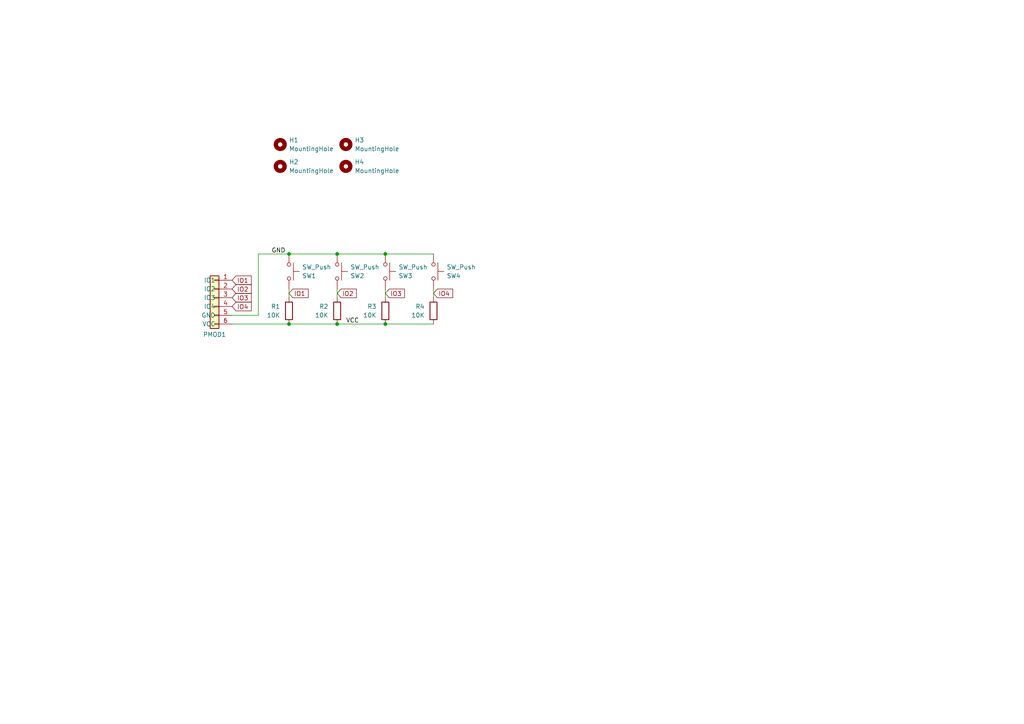
<source format=kicad_sch>
(kicad_sch (version 20250114) (generator "eeschema") (generator_version "9.0")
  (paper "A4")
  (lib_symbols
    (symbol "Connector_Generic:Conn_01x06" (pin_names (offset 1.016))
      (property "Reference" "PMOD" (at 0 -10.668 0))
      (symbol "Conn_01x06_1_1"
        (rectangle (start -1.27 6.35) (end 1.27 -8.89) (stroke (width 0.254)) (fill (type background)))
        (rectangle (start -1.27 5.207) (end 0 4.953) (stroke (width 0.1524)))
        (rectangle (start -1.27 2.667) (end 0 2.413) (stroke (width 0.1524)))
        (rectangle (start -1.27 0.127) (end 0 -0.127) (stroke (width 0.1524)))
        (rectangle (start -1.27 -2.413) (end 0 -2.667) (stroke (width 0.1524)))
        (rectangle (start -1.27 -4.953) (end 0 -5.207) (stroke (width 0.1524)))
        (rectangle (start -1.27 -7.493) (end 0 -7.747) (stroke (width 0.1524)))
        (pin passive line (at -5.08 5.08 0) (length 3.81) (name "IO1") (number "1"))
        (pin passive line (at -5.08 2.54 0) (length 3.81) (name "IO2") (number "2"))
        (pin passive line (at -5.08 0 0) (length 3.81) (name "IO3") (number "3"))
        (pin passive line (at -5.08 -2.54 0) (length 3.81) (name "IO4") (number "4"))
        (pin passive line (at -5.08 -5.08 0) (length 3.81) (name "GND") (number "5"))
        (pin passive line (at -5.08 -7.62 0) (length 3.81) (name "VCC") (number "6"))
      )
    )
    (symbol "Device:R" (pin_numbers (hide yes)) (pin_names (offset 0))
      (property "Reference" "R" (at 2.032 0 90))
      (property "Value" "R" (at 0 0 90))
      (symbol "R_0_1"
        (rectangle (start -1.016 -2.54) (end 1.016 2.54) (stroke (width 0.254)))
      )
      (symbol "R_1_1"
        (pin passive line (at 0 3.81 270) (length 1.27) (name "~") (number "1"))
        (pin passive line (at 0 -3.81 90) (length 1.27) (name "~") (number "2"))
      )
    )
    (symbol "Mechanical:MountingHole" (pin_names (offset 1.016)) (in_bom no)
      (property "Reference" "H" (at 0 5.08 0))
      (property "Value" "MountingHole" (at 0 3.175 0))
      (symbol "MountingHole_0_1"
        (circle (center 0 0) (radius 1.27) (stroke (width 1.27)))
      )
    )
    (symbol "Switch:SW_Push" (pin_numbers (hide yes)) (pin_names (offset 1.016) (hide yes))
      (property "Reference" "SW" (at 1.27 2.54 0))
      (property "Value" "SW_Push" (at 0 -1.524 0))
      (symbol "SW_Push_0_1"
        (circle (center -2.032 0) (radius 0.508))
        (polyline (pts (xy 0 1.27) (xy 0 3.048)))
        (circle (center 2.032 0) (radius 0.508))
        (polyline (pts (xy 2.54 1.27) (xy -2.54 1.27)))
        (pin passive line (at -5.08 0 0) (length 2.54) (name "1") (number "1"))
        (pin passive line (at 5.08 0 180) (length 2.54) (name "2") (number "2"))
      )
    )
  )
  (junction (at 111.76 73.66))
  (junction (at 97.79 73.66))
  (junction (at 83.82 93.98))
  (junction (at 83.82 73.66))
  (junction (at 97.79 93.98))
  (junction (at 111.76 93.98))
  (wire (pts (xy 74.93 91.44) (xy 74.93 73.66)))
  (wire (pts (xy 67.31 93.98) (xy 83.82 93.98)))
  (wire (pts (xy 111.76 93.98) (xy 125.73 93.98)))
  (wire (pts (xy 83.82 83.82) (xy 83.82 86.36)))
  (wire (pts (xy 125.73 83.82) (xy 125.73 86.36)))
  (wire (pts (xy 111.76 73.66) (xy 125.73 73.66)))
  (wire (pts (xy 111.76 83.82) (xy 111.76 86.36)))
  (wire (pts (xy 97.79 93.98) (xy 111.76 93.98)))
  (wire (pts (xy 74.93 73.66) (xy 83.82 73.66)))
  (wire (pts (xy 97.79 73.66) (xy 111.76 73.66)))
  (wire (pts (xy 83.82 93.98) (xy 97.79 93.98)))
  (wire (pts (xy 67.31 91.44) (xy 74.93 91.44)))
  (wire (pts (xy 97.79 83.82) (xy 97.79 86.36)))
  (wire (pts (xy 83.82 73.66) (xy 97.79 73.66)))
  (label "GND" (at 78.74 73.66 0))
  (label "VCC" (at 100.33 93.98 0))
  (global_label "IO1" (shape input) (at 83.82 85.09 0) (property "Intersheetrefs" "${INTERSHEET_REFS}" (effects (hide yes))))
  (global_label "IO3" (shape input) (at 67.31 86.36 0) (property "Intersheetrefs" "${INTERSHEET_REFS}" (effects (hide yes))))
  (global_label "IO2" (shape input) (at 97.79 85.09 0) (property "Intersheetrefs" "${INTERSHEET_REFS}" (effects (hide yes))))
  (global_label "IO2" (shape input) (at 67.31 83.82 0) (property "Intersheetrefs" "${INTERSHEET_REFS}" (effects (hide yes))))
  (global_label "IO4" (shape input) (at 67.31 88.9 0) (property "Intersheetrefs" "${INTERSHEET_REFS}" (effects (hide yes))))
  (global_label "IO3" (shape input) (at 111.76 85.09 0) (property "Intersheetrefs" "${INTERSHEET_REFS}" (effects (hide yes))))
  (global_label "IO1" (shape input) (at 67.31 81.28 0) (property "Intersheetrefs" "${INTERSHEET_REFS}" (effects (hide yes))))
  (global_label "IO4" (shape input) (at 125.73 85.09 0) (property "Intersheetrefs" "${INTERSHEET_REFS}" (effects (hide yes))))
  (symbol (lib_id "Device:R") (at 111.76 90.17 0) (mirror x) (unit 1)
    (property "Reference" "R3" (at 109.22 88.8999 0) (effects (justify right)))
    (property "Value" "10K" (at 109.22 91.4399 0) (effects (justify right)))
    (property "Footprint" "Resistor_THT:R_Axial_DIN0204_L3.6mm_D1.6mm_P5.08mm_Horizontal" (effects (hide yes)))
    (property "Description" "Resistor" (effects (hide yes)))
  )
  (symbol (lib_id "Switch:SW_Push") (at 83.82 78.74 270) (mirror x) (unit 1)
    (property "Reference" "SW1" (at 87.63 80.0101 90) (effects (justify left)))
    (property "Value" "SW_Push" (at 87.63 77.4701 90) (effects (justify left)))
    (property "Footprint" "Button_Switch_THT:SW_PUSH-12mm_Wuerth-430476085716" (effects (hide yes)))
    (property "Description" "Push button switch, generic, two pins" (effects (hide yes)))
  )
  (symbol (lib_id "Device:R") (at 83.82 90.17 0) (mirror x) (unit 1)
    (property "Reference" "R1" (at 81.28 88.8999 0) (effects (justify right)))
    (property "Value" "10K" (at 81.28 91.4399 0) (effects (justify right)))
    (property "Footprint" "Resistor_THT:R_Axial_DIN0204_L3.6mm_D1.6mm_P5.08mm_Horizontal" (effects (hide yes)))
    (property "Description" "Resistor" (effects (hide yes)))
  )
  (symbol (lib_id "Switch:SW_Push") (at 125.73 78.74 270) (mirror x) (unit 1)
    (property "Reference" "SW4" (at 129.54 80.0101 90) (effects (justify left)))
    (property "Value" "SW_Push" (at 129.54 77.4701 90) (effects (justify left)))
    (property "Footprint" "Button_Switch_THT:SW_PUSH-12mm_Wuerth-430476085716" (effects (hide yes)))
    (property "Description" "Push button switch, generic, two pins" (effects (hide yes)))
  )
  (symbol (lib_id "Switch:SW_Push") (at 97.79 78.74 270) (mirror x) (unit 1)
    (property "Reference" "SW2" (at 101.6 80.0101 90) (effects (justify left)))
    (property "Value" "SW_Push" (at 101.6 77.4701 90) (effects (justify left)))
    (property "Footprint" "Button_Switch_THT:SW_PUSH-12mm_Wuerth-430476085716" (effects (hide yes)))
    (property "Description" "Push button switch, generic, two pins" (effects (hide yes)))
  )
  (symbol (lib_id "Mechanical:MountingHole") (at 81.28 48.26 0) (unit 1) (in_bom no)
    (property "Reference" "H2" (at 83.82 46.9899 0) (effects (justify left)))
    (property "Value" "MountingHole" (at 83.82 49.5299 0) (effects (justify left)))
    (property "Footprint" "MountingHole:MountingHole_3.2mm_M3" (effects (hide yes)))
    (property "Description" "Mounting Hole without connection" (effects (hide yes)))
  )
  (symbol (lib_id "Device:R") (at 97.79 90.17 0) (mirror x) (unit 1)
    (property "Reference" "R2" (at 95.25 88.8999 0) (effects (justify right)))
    (property "Value" "10K" (at 95.25 91.4399 0) (effects (justify right)))
    (property "Footprint" "Resistor_THT:R_Axial_DIN0204_L3.6mm_D1.6mm_P5.08mm_Horizontal" (effects (hide yes)))
    (property "Description" "Resistor" (effects (hide yes)))
  )
  (symbol (lib_id "Connector_Generic:Conn_01x06") (at 62.23 86.36 0) (mirror y) (unit 1)
    (property "Reference" "PMOD1" (at 62.23 97.028 0))
    (property "Value" "Conn_01x06" (effects (hide yes)))
    (property "Footprint" "Connector_PinHeader_2.54mm:PinHeader_1x06_P2.54mm_Vertical" (effects (hide yes)))
    (property "Description" "Generic connector, single row, 01x06, script generated (kicad-library-utils/schlib/autogen/connector/)" (effects (hide yes)))
  )
  (symbol (lib_id "Mechanical:MountingHole") (at 100.33 48.26 0) (unit 1) (in_bom no)
    (property "Reference" "H4" (at 102.87 46.9899 0) (effects (justify left)))
    (property "Value" "MountingHole" (at 102.87 49.5299 0) (effects (justify left)))
    (property "Footprint" "MountingHole:MountingHole_3.2mm_M3" (effects (hide yes)))
    (property "Description" "Mounting Hole without connection" (effects (hide yes)))
  )
  (symbol (lib_id "Mechanical:MountingHole") (at 100.33 41.91 0) (unit 1) (in_bom no)
    (property "Reference" "H3" (at 102.87 40.6399 0) (effects (justify left)))
    (property "Value" "MountingHole" (at 102.87 43.1799 0) (effects (justify left)))
    (property "Footprint" "MountingHole:MountingHole_3.2mm_M3" (effects (hide yes)))
    (property "Description" "Mounting Hole without connection" (effects (hide yes)))
  )
  (symbol (lib_id "Device:R") (at 125.73 90.17 0) (mirror x) (unit 1)
    (property "Reference" "R4" (at 123.19 88.8999 0) (effects (justify right)))
    (property "Value" "10K" (at 123.19 91.4399 0) (effects (justify right)))
    (property "Footprint" "Resistor_THT:R_Axial_DIN0204_L3.6mm_D1.6mm_P5.08mm_Horizontal" (effects (hide yes)))
    (property "Description" "Resistor" (effects (hide yes)))
  )
  (symbol (lib_id "Mechanical:MountingHole") (at 81.28 41.91 0) (unit 1) (in_bom no)
    (property "Reference" "H1" (at 83.82 40.6399 0) (effects (justify left)))
    (property "Value" "MountingHole" (at 83.82 43.1799 0) (effects (justify left)))
    (property "Footprint" "MountingHole:MountingHole_3.2mm_M3" (effects (hide yes)))
    (property "Description" "Mounting Hole without connection" (effects (hide yes)))
  )
  (symbol (lib_id "Switch:SW_Push") (at 111.76 78.74 270) (mirror x) (unit 1)
    (property "Reference" "SW3" (at 115.57 80.0101 90) (effects (justify left)))
    (property "Value" "SW_Push" (at 115.57 77.4701 90) (effects (justify left)))
    (property "Footprint" "Button_Switch_THT:SW_PUSH-12mm_Wuerth-430476085716" (effects (hide yes)))
    (property "Description" "Push button switch, generic, two pins" (effects (hide yes)))
  )
)
</source>
